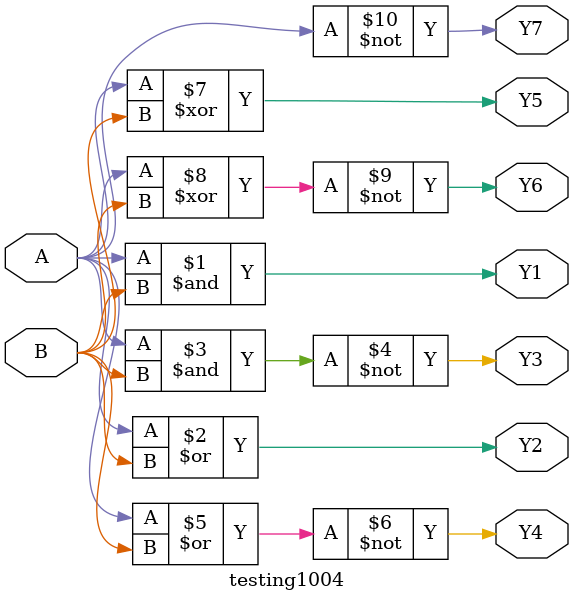
<source format=sv>
`timescale 1ns / 1ps


module testing1004(
    input A,
    input B,
    output Y1,
    output Y2,
    output Y3,
    output Y4,
    output Y5,
    output Y6,
    output Y7
    );
    
    assign Y1= A&B;
    assign Y2= A|B;
    assign Y3= ~(A&B);
    assign Y4= ~(A|B);
    assign Y5= A^B;
    assign Y6= ~(A^B);
    assign Y7= ~A;

endmodule

</source>
